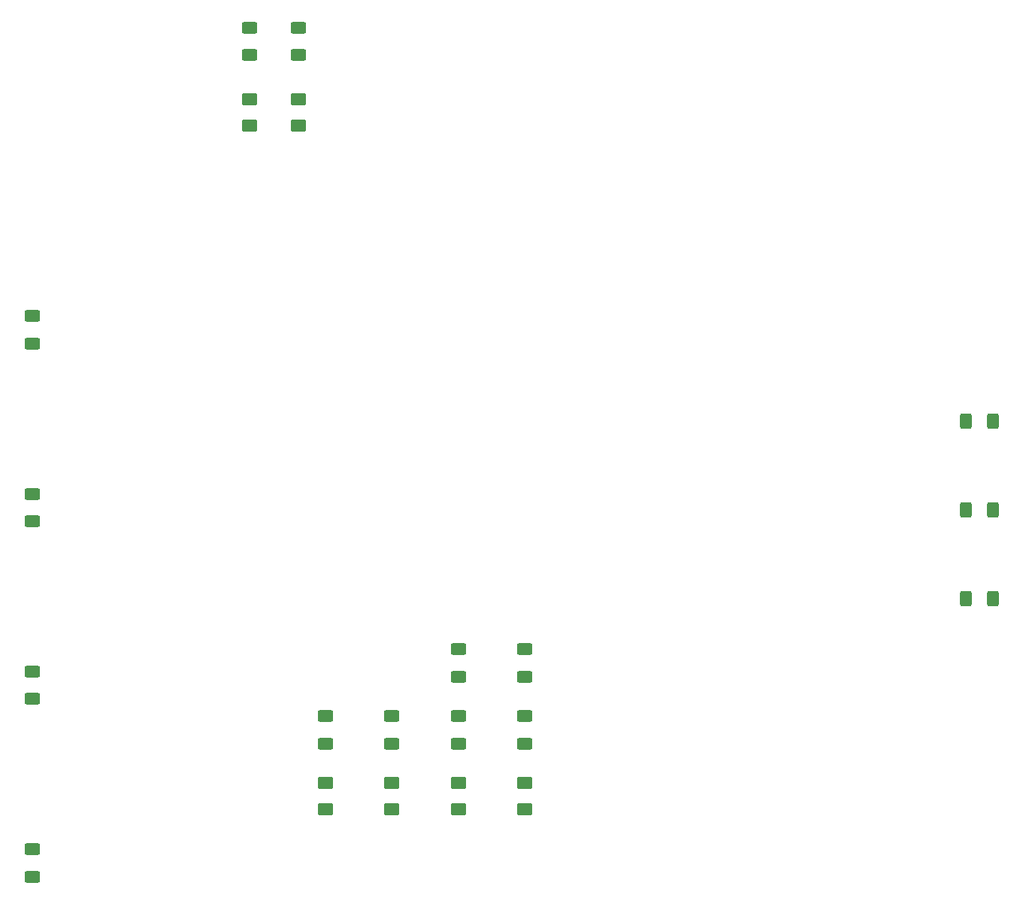
<source format=gbr>
%TF.GenerationSoftware,KiCad,Pcbnew,8.0.3-1.fc39*%
%TF.CreationDate,2024-06-27T20:10:53-06:00*%
%TF.ProjectId,Electronics,456c6563-7472-46f6-9e69-63732e6b6963,rev?*%
%TF.SameCoordinates,Original*%
%TF.FileFunction,Paste,Top*%
%TF.FilePolarity,Positive*%
%FSLAX46Y46*%
G04 Gerber Fmt 4.6, Leading zero omitted, Abs format (unit mm)*
G04 Created by KiCad (PCBNEW 8.0.3-1.fc39) date 2024-06-27 20:10:53*
%MOMM*%
%LPD*%
G01*
G04 APERTURE LIST*
G04 Aperture macros list*
%AMRoundRect*
0 Rectangle with rounded corners*
0 $1 Rounding radius*
0 $2 $3 $4 $5 $6 $7 $8 $9 X,Y pos of 4 corners*
0 Add a 4 corners polygon primitive as box body*
4,1,4,$2,$3,$4,$5,$6,$7,$8,$9,$2,$3,0*
0 Add four circle primitives for the rounded corners*
1,1,$1+$1,$2,$3*
1,1,$1+$1,$4,$5*
1,1,$1+$1,$6,$7*
1,1,$1+$1,$8,$9*
0 Add four rect primitives between the rounded corners*
20,1,$1+$1,$2,$3,$4,$5,0*
20,1,$1+$1,$4,$5,$6,$7,0*
20,1,$1+$1,$6,$7,$8,$9,0*
20,1,$1+$1,$8,$9,$2,$3,0*%
G04 Aperture macros list end*
%ADD10RoundRect,0.250001X-0.624999X0.462499X-0.624999X-0.462499X0.624999X-0.462499X0.624999X0.462499X0*%
%ADD11RoundRect,0.250000X0.400000X0.625000X-0.400000X0.625000X-0.400000X-0.625000X0.400000X-0.625000X0*%
%ADD12RoundRect,0.250000X0.625000X-0.400000X0.625000X0.400000X-0.625000X0.400000X-0.625000X-0.400000X0*%
%ADD13RoundRect,0.250000X-0.625000X0.400000X-0.625000X-0.400000X0.625000X-0.400000X0.625000X0.400000X0*%
G04 APERTURE END LIST*
D10*
%TO.C,D2*%
X131500000Y-140012500D03*
X131500000Y-142987500D03*
%TD*%
%TO.C,D7*%
X128500000Y-63025000D03*
X128500000Y-66000000D03*
%TD*%
D11*
%TO.C,R6*%
X206740000Y-109270000D03*
X203640000Y-109270000D03*
%TD*%
D12*
%TO.C,R9*%
X131500000Y-135550000D03*
X131500000Y-132450000D03*
%TD*%
%TO.C,R12*%
X146500000Y-135550000D03*
X146500000Y-132450000D03*
%TD*%
%TO.C,R3*%
X98500000Y-110550000D03*
X98500000Y-107450000D03*
%TD*%
D13*
%TO.C,R4*%
X98500000Y-87450000D03*
X98500000Y-90550000D03*
%TD*%
D12*
%TO.C,R1*%
X98500000Y-130550000D03*
X98500000Y-127450000D03*
%TD*%
D11*
%TO.C,R5*%
X206740000Y-119270000D03*
X203640000Y-119270000D03*
%TD*%
D10*
%TO.C,D6*%
X123000000Y-63012500D03*
X123000000Y-65987500D03*
%TD*%
D12*
%TO.C,R13*%
X154000000Y-135550000D03*
X154000000Y-132450000D03*
%TD*%
D10*
%TO.C,D4*%
X146500000Y-140012500D03*
X146500000Y-142987500D03*
%TD*%
%TO.C,D5*%
X154000000Y-140012500D03*
X154000000Y-142987500D03*
%TD*%
D13*
%TO.C,R11*%
X154000000Y-124950000D03*
X154000000Y-128050000D03*
%TD*%
%TO.C,R2*%
X98500000Y-147450000D03*
X98500000Y-150550000D03*
%TD*%
%TO.C,R10*%
X146500000Y-124950000D03*
X146500000Y-128050000D03*
%TD*%
D11*
%TO.C,R7*%
X206740000Y-99270000D03*
X203640000Y-99270000D03*
%TD*%
D13*
%TO.C,R14*%
X123000000Y-54950000D03*
X123000000Y-58050000D03*
%TD*%
D10*
%TO.C,D3*%
X139000000Y-140012500D03*
X139000000Y-142987500D03*
%TD*%
D12*
%TO.C,R8*%
X139000000Y-135550000D03*
X139000000Y-132450000D03*
%TD*%
D13*
%TO.C,R15*%
X128500000Y-54950000D03*
X128500000Y-58050000D03*
%TD*%
M02*

</source>
